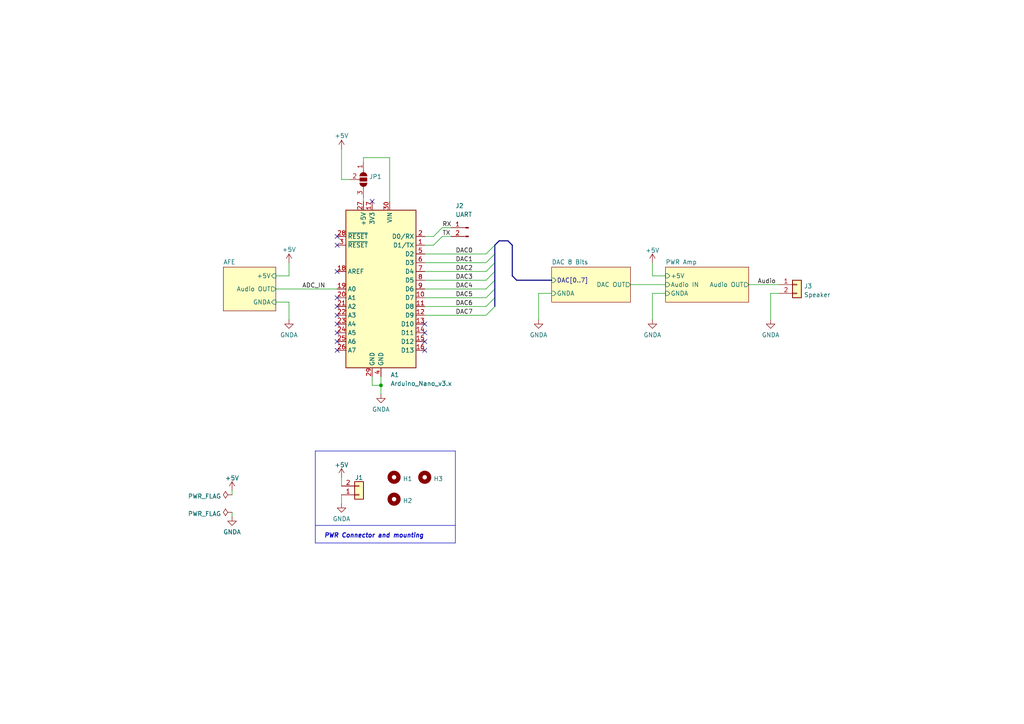
<source format=kicad_sch>
(kicad_sch (version 20230121) (generator eeschema)
  (paper "A4")
  (title_block (title "Microphone Preamplifier - Max Gain: 22") (date "2022-10-30") (rev "1.0"))
  (lib_symbols
    (symbol "Connector:Conn_01x02_Male" (pin_names (offset 1.016) hide)
      (property "Reference" "J" (at 0 2.54 0))
      (property "Value" "Conn_01x02_Male" (at 0 -5.08 0))
      (symbol "Conn_01x02_Male_1_1"
        (polyline (pts (xy 1.27 -2.54) (xy 0.8636 -2.54)) (stroke (width 0.1524)))
        (polyline (pts (xy 1.27 0) (xy 0.8636 0)) (stroke (width 0.1524)))
        (rectangle (start 0.8636 -2.413) (end 0 -2.667) (stroke (width 0.1524)) (fill (type outline)))
        (rectangle (start 0.8636 0.127) (end 0 -0.127) (stroke (width 0.1524)) (fill (type outline)))
        (pin passive line (at 5.08 0 180) (length 3.81) (name "Pin_1") (number "1"))
        (pin passive line (at 5.08 -2.54 180) (length 3.81) (name "Pin_2") (number "2"))
      )
    )
    (symbol "Connector_Generic:Conn_01x02" (pin_names (offset 1.016) hide)
      (property "Reference" "J" (at 0 2.54 0))
      (property "Value" "Conn_01x02" (at 0 -5.08 0))
      (symbol "Conn_01x02_1_1"
        (rectangle (start -1.27 -2.413) (end 0 -2.667) (stroke (width 0.1524)))
        (rectangle (start -1.27 0.127) (end 0 -0.127) (stroke (width 0.1524)))
        (rectangle (start -1.27 1.27) (end 1.27 -3.81) (stroke (width 0.254)) (fill (type background)))
        (pin passive line (at -5.08 0 0) (length 3.81) (name "Pin_1") (number "1"))
        (pin passive line (at -5.08 -2.54 0) (length 3.81) (name "Pin_2") (number "2"))
      )
    )
    (symbol "Jumper:SolderJumper_3_Open" (pin_names (offset 0) hide)
      (property "Reference" "JP" (at -2.54 -2.54 0))
      (property "Value" "SolderJumper_3_Open" (at 0 2.794 0))
      (symbol "SolderJumper_3_Open_0_1"
        (arc (start -1.016 1.016) (mid -2.0276 0) (end -1.016 -1.016))
        (arc (start -1.016 1.016) (mid -2.0276 0) (end -1.016 -1.016) (fill (type outline)))
        (rectangle (start -0.508 1.016) (end 0.508 -1.016) (fill (type outline)))
        (polyline (pts (xy -2.54 0) (xy -2.032 0)))
        (polyline (pts (xy -1.016 1.016) (xy -1.016 -1.016)))
        (polyline (pts (xy 0 -1.27) (xy 0 -1.016)))
        (polyline (pts (xy 1.016 1.016) (xy 1.016 -1.016)))
        (polyline (pts (xy 2.54 0) (xy 2.032 0)))
        (arc (start 1.016 -1.016) (mid 2.0276 0) (end 1.016 1.016))
        (arc (start 1.016 -1.016) (mid 2.0276 0) (end 1.016 1.016) (fill (type outline)))
      )
      (symbol "SolderJumper_3_Open_1_1"
        (pin passive line (at -5.08 0 0) (length 2.54) (name "A") (number "1"))
        (pin passive line (at 0 -3.81 90) (length 2.54) (name "C") (number "2"))
        (pin passive line (at 5.08 0 180) (length 2.54) (name "B") (number "3"))
      )
    )
    (symbol "MCU_Module:Arduino_Nano_v3.x"
      (property "Reference" "A" (at -10.16 23.495 0))
      (property "Value" "Arduino_Nano_v3.x" (at 5.08 -24.13 0))
      (symbol "Arduino_Nano_v3.x_0_1"
        (rectangle (start -10.16 22.86) (end 10.16 -22.86) (stroke (width 0.254)) (fill (type background)))
      )
      (symbol "Arduino_Nano_v3.x_1_1"
        (pin bidirectional line (at -12.7 12.7 0) (length 2.54) (name "D1/TX") (number "1"))
        (pin bidirectional line (at -12.7 -2.54 0) (length 2.54) (name "D7") (number "10"))
        (pin bidirectional line (at -12.7 -5.08 0) (length 2.54) (name "D8") (number "11"))
        (pin bidirectional line (at -12.7 -7.62 0) (length 2.54) (name "D9") (number "12"))
        (pin bidirectional line (at -12.7 -10.16 0) (length 2.54) (name "D10") (number "13"))
        (pin bidirectional line (at -12.7 -12.7 0) (length 2.54) (name "D11") (number "14"))
        (pin bidirectional line (at -12.7 -15.24 0) (length 2.54) (name "D12") (number "15"))
        (pin bidirectional line (at -12.7 -17.78 0) (length 2.54) (name "D13") (number "16"))
        (pin power_out line (at 2.54 25.4 270) (length 2.54) (name "3V3") (number "17"))
        (pin input line (at 12.7 5.08 180) (length 2.54) (name "AREF") (number "18"))
        (pin bidirectional line (at 12.7 0 180) (length 2.54) (name "A0") (number "19"))
        (pin bidirectional line (at -12.7 15.24 0) (length 2.54) (name "D0/RX") (number "2"))
        (pin bidirectional line (at 12.7 -2.54 180) (length 2.54) (name "A1") (number "20"))
        (pin bidirectional line (at 12.7 -5.08 180) (length 2.54) (name "A2") (number "21"))
        (pin bidirectional line (at 12.7 -7.62 180) (length 2.54) (name "A3") (number "22"))
        (pin bidirectional line (at 12.7 -10.16 180) (length 2.54) (name "A4") (number "23"))
        (pin bidirectional line (at 12.7 -12.7 180) (length 2.54) (name "A5") (number "24"))
        (pin bidirectional line (at 12.7 -15.24 180) (length 2.54) (name "A6") (number "25"))
        (pin bidirectional line (at 12.7 -17.78 180) (length 2.54) (name "A7") (number "26"))
        (pin power_out line (at 5.08 25.4 270) (length 2.54) (name "+5V") (number "27"))
        (pin input line (at 12.7 15.24 180) (length 2.54) (name "~{RESET}") (number "28"))
        (pin power_in line (at 2.54 -25.4 90) (length 2.54) (name "GND") (number "29"))
        (pin input line (at 12.7 12.7 180) (length 2.54) (name "~{RESET}") (number "3"))
        (pin power_in line (at -2.54 25.4 270) (length 2.54) (name "VIN") (number "30"))
        (pin power_in line (at 0 -25.4 90) (length 2.54) (name "GND") (number "4"))
        (pin bidirectional line (at -12.7 10.16 0) (length 2.54) (name "D2") (number "5"))
        (pin bidirectional line (at -12.7 7.62 0) (length 2.54) (name "D3") (number "6"))
        (pin bidirectional line (at -12.7 5.08 0) (length 2.54) (name "D4") (number "7"))
        (pin bidirectional line (at -12.7 2.54 0) (length 2.54) (name "D5") (number "8"))
        (pin bidirectional line (at -12.7 0 0) (length 2.54) (name "D6") (number "9"))
      )
    )
    (symbol "Mechanical:MountingHole" (pin_names (offset 1.016))
      (property "Reference" "H" (at 0 5.08 0))
      (property "Value" "MountingHole" (at 0 3.175 0))
      (symbol "MountingHole_0_1"
        (circle (center 0 0) (radius 1.27) (stroke (width 1.27)))
      )
    )
    (symbol "power:+5V" (power) (pin_names (offset 0))
      (property "Value" "+5V" (at 0 3.556 0))
      (symbol "+5V_0_1"
        (polyline (pts (xy -0.762 1.27) (xy 0 2.54)))
        (polyline (pts (xy 0 0) (xy 0 2.54)))
        (polyline (pts (xy 0 2.54) (xy 0.762 1.27)))
      )
      (symbol "+5V_1_1"
        (pin power_in line (at 0 0 90) (length 0) hide (name "+5V") (number "1"))
      )
    )
    (symbol "power:GNDA" (power) (pin_names (offset 0))
      (property "Value" "GNDA" (at 0 -3.81 0))
      (symbol "GNDA_0_1"
        (polyline (pts (xy 0 0) (xy 0 -1.27) (xy 1.27 -1.27) (xy 0 -2.54) (xy -1.27 -1.27) (xy 0 -1.27)))
      )
      (symbol "GNDA_1_1"
        (pin power_in line (at 0 0 270) (length 0) hide (name "GNDA") (number "1"))
      )
    )
    (symbol "power:PWR_FLAG" (power) (pin_numbers hide) (pin_names (offset 0) hide)
      (property "Value" "PWR_FLAG" (at 0 3.81 0))
      (symbol "PWR_FLAG_0_0"
        (pin power_out line (at 0 0 90) (length 0) (name "pwr") (number "1"))
      )
      (symbol "PWR_FLAG_0_1"
        (polyline (pts (xy 0 0) (xy 0 1.27) (xy -1.016 1.905) (xy 0 2.54) (xy 1.016 1.905) (xy 0 1.27)))
      )
    )
  )
  (junction (at 110.49 111.76))
  (no_connect (at 123.19 99.06))
  (no_connect (at 97.79 68.58))
  (no_connect (at 97.79 78.74))
  (no_connect (at 123.19 93.98))
  (no_connect (at 123.19 101.6))
  (no_connect (at 107.95 58.42))
  (no_connect (at 97.79 99.06))
  (no_connect (at 97.79 101.6))
  (no_connect (at 97.79 93.98))
  (no_connect (at 97.79 71.12))
  (no_connect (at 123.19 96.52))
  (no_connect (at 97.79 86.36))
  (no_connect (at 97.79 88.9))
  (no_connect (at 97.79 91.44))
  (no_connect (at 97.79 96.52))
  (bus_entry (at 140.97 91.44) (size 2.54 -2.54))
  (bus_entry (at 140.97 81.28) (size 2.54 -2.54))
  (bus_entry (at 140.97 83.82) (size 2.54 -2.54))
  (bus_entry (at 140.97 73.66) (size 2.54 -2.54))
  (bus_entry (at 140.97 88.9) (size 2.54 -2.54))
  (bus_entry (at 140.97 86.36) (size 2.54 -2.54))
  (bus_entry (at 140.97 76.2) (size 2.54 -2.54))
  (bus_entry (at 140.97 78.74) (size 2.54 -2.54))
  (wire (pts (xy 80.01 83.82) (xy 97.79 83.82)))
  (bus (pts (xy 143.51 88.9) (xy 143.51 86.36)))
  (wire (pts (xy 83.82 92.71) (xy 83.82 87.63)))
  (wire (pts (xy 123.19 78.74) (xy 140.97 78.74)))
  (wire (pts (xy 128.27 68.58) (xy 125.73 71.12)))
  (bus (pts (xy 143.51 78.74) (xy 143.51 76.2)))
  (wire (pts (xy 105.41 45.72) (xy 105.41 46.99)))
  (wire (pts (xy 67.31 148.59) (xy 67.31 149.86)))
  (wire (pts (xy 189.23 92.71) (xy 189.23 85.09)))
  (wire (pts (xy 99.06 43.18) (xy 99.06 52.07)))
  (wire (pts (xy 160.02 85.09) (xy 156.21 85.09)))
  (wire (pts (xy 105.41 57.15) (xy 105.41 58.42)))
  (wire (pts (xy 83.82 80.01) (xy 80.01 80.01)))
  (wire (pts (xy 113.03 45.72) (xy 113.03 58.42)))
  (wire (pts (xy 123.19 81.28) (xy 140.97 81.28)))
  (bus (pts (xy 144.78 69.85) (xy 147.32 69.85)))
  (wire (pts (xy 67.31 142.24) (xy 67.31 143.51)))
  (wire (pts (xy 107.95 111.76) (xy 110.49 111.76)))
  (polyline (pts (xy 91.44 130.81) (xy 91.44 157.48)))
  (wire (pts (xy 123.19 83.82) (xy 140.97 83.82)))
  (wire (pts (xy 128.27 66.04) (xy 125.73 68.58)))
  (wire (pts (xy 123.19 73.66) (xy 140.97 73.66)))
  (wire (pts (xy 123.19 91.44) (xy 140.97 91.44)))
  (wire (pts (xy 99.06 143.51) (xy 99.06 146.05)))
  (wire (pts (xy 105.41 45.72) (xy 113.03 45.72)))
  (wire (pts (xy 83.82 87.63) (xy 80.01 87.63)))
  (wire (pts (xy 110.49 109.22) (xy 110.49 111.76)))
  (bus (pts (xy 149.86 81.28) (xy 160.02 81.28)))
  (wire (pts (xy 189.23 76.2) (xy 189.23 80.01)))
  (wire (pts (xy 182.88 82.55) (xy 193.04 82.55)))
  (polyline (pts (xy 91.44 152.4) (xy 132.08 152.4)))
  (polyline (pts (xy 91.44 157.48) (xy 132.08 157.48)))
  (wire (pts (xy 123.19 76.2) (xy 140.97 76.2)))
  (bus (pts (xy 143.51 81.28) (xy 143.51 78.74)))
  (wire (pts (xy 83.82 76.2) (xy 83.82 80.01)))
  (polyline (pts (xy 132.08 157.48) (xy 132.08 130.81)))
  (wire (pts (xy 99.06 52.07) (xy 101.6 52.07)))
  (wire (pts (xy 223.52 85.09) (xy 226.06 85.09)))
  (bus (pts (xy 143.51 83.82) (xy 143.51 81.28)))
  (wire (pts (xy 189.23 80.01) (xy 193.04 80.01)))
  (wire (pts (xy 189.23 85.09) (xy 193.04 85.09)))
  (wire (pts (xy 99.06 138.43) (xy 99.06 140.97)))
  (bus (pts (xy 143.51 73.66) (xy 143.51 71.12)))
  (wire (pts (xy 128.27 66.04) (xy 130.81 66.04)))
  (bus (pts (xy 148.59 71.12) (xy 147.32 69.85)))
  (wire (pts (xy 125.73 71.12) (xy 123.19 71.12)))
  (wire (pts (xy 123.19 88.9) (xy 140.97 88.9)))
  (wire (pts (xy 123.19 86.36) (xy 140.97 86.36)))
  (wire (pts (xy 110.49 111.76) (xy 110.49 114.3)))
  (wire (pts (xy 107.95 109.22) (xy 107.95 111.76)))
  (wire (pts (xy 125.73 68.58) (xy 123.19 68.58)))
  (wire (pts (xy 217.17 82.55) (xy 226.06 82.55)))
  (polyline (pts (xy 91.44 130.81) (xy 132.08 130.81)))
  (bus (pts (xy 144.78 69.85) (xy 143.51 71.12)))
  (bus (pts (xy 148.59 80.01) (xy 149.86 81.28)))
  (wire (pts (xy 128.27 68.58) (xy 130.81 68.58)))
  (bus (pts (xy 148.59 80.01) (xy 148.59 71.12)))
  (wire (pts (xy 156.21 85.09) (xy 156.21 92.71)))
  (wire (pts (xy 223.52 92.71) (xy 223.52 85.09)))
  (bus (pts (xy 143.51 76.2) (xy 143.51 73.66)))
  (bus (pts (xy 143.51 86.36) (xy 143.51 83.82)))
  (text "PWR Connector and mounting" (at 93.98 156.21 0) (effects (font (size 1.27 1.27) bold italic) (justify left bottom)))
  (label "DAC6" (at 137.16 88.9 180))
  (label "DAC5" (at 137.16 86.36 180))
  (label "DAC2" (at 137.16 78.74 180))
  (label "Audio" (at 219.71 82.55 0))
  (label "DAC4" (at 137.16 83.82 180))
  (label "DAC0" (at 137.16 73.66 180))
  (label "RX" (at 128.27 66.04 0))
  (label "TX" (at 128.27 68.58 0))
  (label "DAC1" (at 137.16 76.2 180))
  (label "ADC_IN" (at 87.63 83.82 0))
  (label "DAC7" (at 137.16 91.44 180))
  (label "DAC3" (at 137.16 81.28 180))
  (symbol (lib_id "power:GNDA") (at 67.31 149.86 0) (unit 1)
    (property "Reference" "#PWR02" (effects hide))
    (property "Value" "GNDA" (at 67.31 154.3034 0))
  )
  (symbol (lib_id "Connector_Generic:Conn_01x02") (at 104.14 143.51 0) (mirror x) (unit 1)
    (property "Reference" "J1" (at 104.14 138.5372 0))
    (property "Value" "Conn_01x02" (effects hide))
    (property "Footprint" "TerminalBlock:TerminalBlock_bornier-2_P5.08mm" (effects hide))
  )
  (symbol (lib_id "Connector_Generic:Conn_01x02") (at 231.14 82.55 0) (unit 1)
    (property "Reference" "J3" (at 233.172 82.9853 0) (effects (justify left)))
    (property "Value" "Speaker" (at 233.172 85.5222 0) (effects (justify left)))
    (property "Footprint" "TerminalBlock:TerminalBlock_bornier-2_P5.08mm" (effects hide))
  )
  (symbol (lib_id "power:PWR_FLAG") (at 67.31 148.59 90) (unit 1)
    (property "Reference" "#FLG02" (effects hide))
    (property "Value" "PWR_FLAG" (at 64.1351 149.0238 90) (effects (justify left)))
  )
  (symbol (lib_id "power:GNDA") (at 223.52 92.71 0) (unit 1)
    (property "Reference" "#PWR013" (effects hide))
    (property "Value" "GNDA" (at 223.52 97.1534 0))
  )
  (symbol (lib_id "power:+5V") (at 83.82 76.2 0) (unit 1)
    (property "Reference" "#PWR03" (effects hide))
    (property "Value" "+5V" (at 83.82 72.39 0))
  )
  (symbol (lib_id "power:+5V") (at 99.06 138.43 0) (unit 1)
    (property "Reference" "#PWR05" (effects hide))
    (property "Value" "+5V" (at 99.06 134.8542 0))
  )
  (symbol (lib_id "Mechanical:MountingHole") (at 114.3 144.78 0) (unit 1)
    (property "Reference" "H2" (at 116.84 145.2138 0) (effects (justify left)))
    (property "Value" "MountingHole" (effects hide))
    (property "Footprint" "MountingHole:MountingHole_3mm" (effects hide))
  )
  (symbol (lib_id "power:GNDA") (at 156.21 92.71 0) (unit 1)
    (property "Reference" "#PWR010" (effects hide))
    (property "Value" "GNDA" (at 156.21 97.1534 0))
  )
  (symbol (lib_id "MCU_Module:Arduino_Nano_v3.x") (at 110.49 83.82 0) (mirror y) (unit 1)
    (property "Reference" "A1" (at 113.2587 108.7104 0) (effects (justify right)))
    (property "Value" "Arduino_Nano_v3.x" (at 113.2587 111.2473 0) (effects (justify right)))
    (property "Footprint" "Module:Arduino_Nano" (effects hide))
    (property "Datasheet" "http://www.mouser.com/pdfdocs/Gravitech_Arduino_Nano3_0.pdf" (effects hide))
  )
  (symbol (lib_id "Mechanical:MountingHole") (at 114.3 138.43 90) (unit 1)
    (property "Reference" "H1" (at 116.84 138.8638 90) (effects (justify right)))
    (property "Value" "MountingHole" (effects hide))
    (property "Footprint" "MountingHole:MountingHole_3mm" (effects hide))
  )
  (symbol (lib_id "power:+5V") (at 67.31 142.24 0) (unit 1)
    (property "Reference" "#PWR01" (effects hide))
    (property "Value" "+5V" (at 67.31 138.6642 0))
  )
  (symbol (lib_id "power:+5V") (at 99.06 43.18 0) (unit 1)
    (property "Reference" "#PWR09" (effects hide))
    (property "Value" "+5V" (at 99.06 39.37 0))
  )
  (symbol (lib_id "power:GNDA") (at 110.49 114.3 0) (unit 1)
    (property "Reference" "#PWR08" (effects hide))
    (property "Value" "GNDA" (at 110.49 118.7434 0))
  )
  (symbol (lib_id "power:GNDA") (at 83.82 92.71 0) (unit 1)
    (property "Reference" "#PWR04" (effects hide))
    (property "Value" "GNDA" (at 83.82 97.1534 0))
  )
  (symbol (lib_id "power:GNDA") (at 99.06 146.05 0) (unit 1)
    (property "Reference" "#PWR06" (effects hide))
    (property "Value" "GNDA" (at 99.06 150.4934 0))
  )
  (symbol (lib_id "Connector:Conn_01x02_Male") (at 135.89 66.04 0) (mirror y) (unit 1)
    (property "Reference" "J2" (at 132.08 59.6931 0) (effects (justify right)))
    (property "Value" "UART" (at 132.08 62.23 0) (effects (justify right)))
    (property "Footprint" "Connector_PinHeader_2.54mm:PinHeader_1x02_P2.54mm_Vertical" (effects hide))
  )
  (symbol (lib_id "power:+5V") (at 189.23 76.2 0) (unit 1)
    (property "Reference" "#PWR011" (effects hide))
    (property "Value" "+5V" (at 189.23 72.6242 0))
  )
  (symbol (lib_id "power:GNDA") (at 189.23 92.71 0) (unit 1)
    (property "Reference" "#PWR012" (effects hide))
    (property "Value" "GNDA" (at 189.23 97.1534 0))
  )
  (symbol (lib_id "power:PWR_FLAG") (at 67.31 143.51 90) (unit 1)
    (property "Reference" "#FLG01" (effects hide))
    (property "Value" "PWR_FLAG" (at 64.1351 143.9438 90) (effects (justify left)))
  )
  (symbol (lib_id "Mechanical:MountingHole") (at 123.19 138.43 0) (unit 1)
    (property "Reference" "H3" (at 125.73 138.8638 0) (effects (justify left)))
    (property "Value" "MountingHole" (effects hide))
    (property "Footprint" "MountingHole:MountingHole_3mm" (effects hide))
  )
  (symbol (lib_id "Jumper:SolderJumper_3_Open") (at 105.41 52.07 270) (unit 1)
    (property "Reference" "JP1" (at 107.061 51.2353 90) (effects (justify left)))
    (property "Value" "SolderJumper_3_Open" (effects hide))
    (property "Footprint" "Jumper:SolderJumper-3_P1.3mm_Open_Pad1.0x1.5mm" (effects hide))
  )
  (sheet (at 64.77 77.47) (size 15.24 12.7) (stroke (width 0.1524)) (fill (color 255 255 194 1.0000))
    (property "Sheetname" "AFE" (at 64.77 76.7584 0) (effects (justify left bottom)))
    (property "Sheetfile" "AFE.kicad_sch" (effects hide))
    (pin "GNDA" input (at 80.01 87.63 0))
    (pin "Audio OUT" output (at 80.01 83.82 0))
    (pin "+5V" input (at 80.01 80.01 0))
  )
  (sheet (at 193.04 77.47) (size 24.13 10.16) (stroke (width 0.1524)) (fill (color 255 255 194 1.0000))
    (property "Sheetname" "PWR Amp" (at 193.04 76.7584 0) (effects (justify left bottom)))
    (property "Sheetfile" "pwr_amp.kicad_sch" (effects hide))
    (pin "Audio OUT" output (at 217.17 82.55 0))
    (pin "Audio IN" input (at 193.04 82.55 180))
    (pin "GNDA" input (at 193.04 85.09 180))
    (pin "+5V" input (at 193.04 80.01 180))
  )
  (sheet (at 160.02 77.47) (size 22.86 10.16) (stroke (width 0.1524)) (fill (color 255 255 194 1.0000))
    (property "Sheetname" "DAC 8 Bits" (at 160.02 76.7584 0) (effects (justify left bottom)))
    (property "Sheetfile" "DAC_8.kicad_sch" (effects hide))
    (pin "DAC OUT" output (at 182.88 82.55 0))
    (pin "DAC[0..7]" input (at 160.02 81.28 180))
    (pin "GNDA" input (at 160.02 85.09 180))
  )
)
</source>
